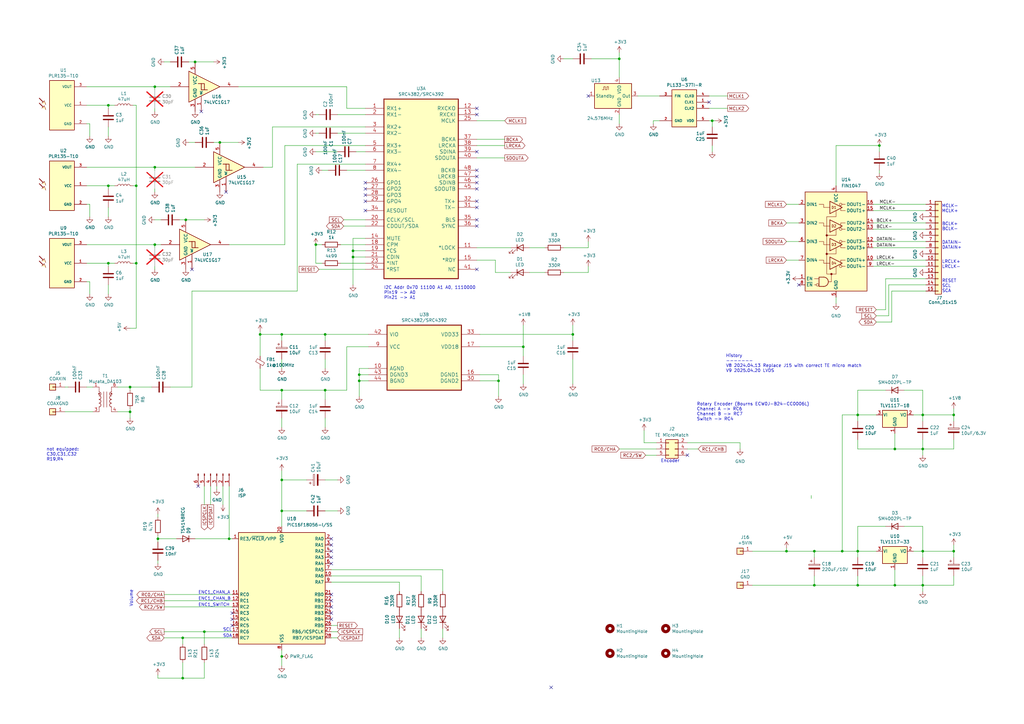
<source format=kicad_sch>
(kicad_sch (version 20250114) (generator "eeschema") (generator_version "9.0")
  (paper "A3")
  (title_block (title "Async sample rate converter") (date "2024-04-17") (rev "V8"))
  (text "ENC1_CHAN_B" (at 81.28 246.38 0) (effects (font (size 1.27 1.27)) (justify left bottom)))
  (text "I2C Addr 0x70 11100 A1 A0, 1110000\nPin19 -> A0\nPin21 -> A1\n\n\n" (at 157.48 127 0) (effects (font (size 1.27 1.27)) (justify left bottom)))
  (text "History\n-------\nV8 2024.04.13 Replace J15 with correct TE micro match\nV9 2025.04.20 LVDS" (at 297.688 149.098 0) (effects (font (size 1.27 1.27)) (justify left)))
  (text "ENC1_CHAN_A" (at 81.28 243.84 0) (effects (font (size 1.27 1.27)) (justify left bottom)))
  (text "SDA" (at 91.44 261.62 0) (effects (font (size 1.27 1.27)) (justify left bottom)))
  (text "DATAIN-\nDATAIN+" (at 390.398 100.584 0) (effects (font (size 1.27 1.27))))
  (text "LRCLK+\nLRCLK-" (at 390.144 108.458 0) (effects (font (size 1.27 1.27))))
  (text "MCLK-\nMCLK+" (at 389.636 85.598 0) (effects (font (size 1.27 1.27))))
  (text "ENC1_SWITCH" (at 81.28 248.92 0) (effects (font (size 1.27 1.27)) (justify left bottom)))
  (text "Rotary Encoder (Bourns ECW0J-B24-CC0006L)\nChannel A -> RC6\nChannel B -> RC7\nSwitch -> RC4" (at 285.75 172.72 0) (effects (font (size 1.27 1.27)) (justify left bottom)))
  (text "Volume" (at 54.61 248.92 90) (effects (font (size 1.27 1.27)) (justify left bottom)))
  (text "BCLK+\nBCLK-" (at 389.636 92.964 0) (effects (font (size 1.27 1.27))))
  (text "Encoder" (at 278.765 189.865 0) (effects (font (size 1.27 1.27)) (justify right bottom)))
  (text "not equipped:\nC30,C31,C32\nR19,R4" (at 19.05 189.23 0) (effects (font (size 1.27 1.27)) (justify left bottom)))
  (text "SCL" (at 91.44 259.08 0) (effects (font (size 1.27 1.27)) (justify left bottom)))
  (text "RESET\nSCL\nSCA" (at 386.334 117.348 0) (effects (font (size 1.27 1.27)) (justify left)))
  (junction (at 144.78 105.41))
  (junction (at 147.32 156.21))
  (junction (at 53.34 168.91))
  (junction (at 83.82 259.08))
  (junction (at 115.57 209.55))
  (junction (at 345.44 226.06))
  (junction (at 90.17 58.42))
  (junction (at 391.16 226.06))
  (junction (at 214.63 142.24))
  (junction (at 74.93 261.62))
  (junction (at 367.03 240.03))
  (junction (at 64.77 220.98))
  (junction (at 55.88 76.2))
  (junction (at 44.45 43.18))
  (junction (at 378.46 240.03))
  (junction (at 53.34 158.75))
  (junction (at 115.57 269.24))
  (junction (at 378.46 184.15))
  (junction (at 144.78 102.87))
  (junction (at 76.2 90.17))
  (junction (at 351.79 226.06))
  (junction (at 378.46 170.18))
  (junction (at 292.1 49.53))
  (junction (at 391.16 170.18))
  (junction (at 55.88 107.95))
  (junction (at 322.58 226.06))
  (junction (at 115.57 196.85))
  (junction (at 254 24.13))
  (junction (at 351.79 170.18))
  (junction (at 93.98 220.98))
  (junction (at 133.35 137.16))
  (junction (at 351.79 240.03))
  (junction (at 204.47 156.21))
  (junction (at 44.45 76.2))
  (junction (at 115.57 137.16))
  (junction (at 147.32 153.67))
  (junction (at 115.57 160.02))
  (junction (at 367.03 184.15))
  (junction (at 360.68 59.69))
  (junction (at 106.68 137.16))
  (junction (at 133.35 160.02))
  (junction (at 63.5 100.33))
  (junction (at 63.5 68.58))
  (junction (at 334.01 240.03))
  (junction (at 234.95 137.16))
  (junction (at 129.54 100.33))
  (junction (at 334.01 226.06))
  (junction (at 80.01 25.4))
  (junction (at 44.45 107.95))
  (junction (at 63.5 35.56))
  (junction (at 378.46 226.06))
  (junction (at 74.93 278.13))
  (no_connect (at 135.89 228.6))
  (no_connect (at 135.89 248.92))
  (no_connect (at 327.66 116.84))
  (no_connect (at 135.89 226.06))
  (no_connect (at 195.58 46.99))
  (no_connect (at 226.06 281.94))
  (no_connect (at 78.74 110.49))
  (no_connect (at 135.89 246.38))
  (no_connect (at 135.89 251.46))
  (no_connect (at 135.89 231.14))
  (no_connect (at 149.86 82.55))
  (no_connect (at 149.86 86.36))
  (no_connect (at 95.25 256.54))
  (no_connect (at 135.89 223.52))
  (no_connect (at 281.94 186.69))
  (no_connect (at 82.55 45.72))
  (no_connect (at 241.3 39.37))
  (no_connect (at 195.58 110.49))
  (no_connect (at 95.25 251.46))
  (no_connect (at 195.58 77.47))
  (no_connect (at 195.58 62.23))
  (no_connect (at 149.86 80.01))
  (no_connect (at 195.58 92.71))
  (no_connect (at 95.25 254))
  (no_connect (at 135.89 220.98))
  (no_connect (at 195.58 82.55))
  (no_connect (at 195.58 44.45))
  (no_connect (at 92.71 78.74))
  (no_connect (at 135.89 254))
  (no_connect (at 195.58 72.39))
  (no_connect (at 135.89 243.84))
  (no_connect (at 290.83 41.91))
  (no_connect (at 195.58 69.85))
  (no_connect (at 149.86 77.47))
  (no_connect (at 81.28 199.39))
  (no_connect (at 195.58 90.17))
  (no_connect (at 195.58 74.93))
  (no_connect (at 195.58 85.09))
  (no_connect (at 149.86 74.93))
  (wire (pts (xy 130.81 54.61) (xy 129.54 54.61)))
  (wire (pts (xy 367.03 184.15) (xy 351.79 184.15)))
  (wire (pts (xy 254 184.15) (xy 269.24 184.15)))
  (wire (pts (xy 46.99 43.18) (xy 44.45 43.18)))
  (wire (pts (xy 64.77 278.13) (xy 74.93 278.13)))
  (wire (pts (xy 303.53 181.61) (xy 303.53 184.15)))
  (wire (pts (xy 93.98 220.98) (xy 95.25 220.98)))
  (wire (pts (xy 35.56 68.58) (xy 63.5 68.58)))
  (wire (pts (xy 147.32 156.21) (xy 147.32 153.67)))
  (wire (pts (xy 363.22 114.3) (xy 379.73 114.3)))
  (wire (pts (xy 195.58 101.6) (xy 209.55 101.6)))
  (wire (pts (xy 63.5 36.83) (xy 63.5 35.56)))
  (wire (pts (xy 351.79 228.6) (xy 351.79 226.06)))
  (wire (pts (xy 44.45 77.47) (xy 44.45 76.2)))
  (wire (pts (xy 364.49 116.84) (xy 379.73 116.84)))
  (wire (pts (xy 378.46 160.02) (xy 370.84 160.02)))
  (wire (pts (xy 139.7 107.95) (xy 149.86 107.95)))
  (wire (pts (xy 351.79 170.18) (xy 359.41 170.18)))
  (wire (pts (xy 149.86 54.61) (xy 138.43 54.61)))
  (wire (pts (xy 93.98 199.39) (xy 93.98 220.98)))
  (wire (pts (xy 133.35 151.13) (xy 133.35 147.32)))
  (wire (pts (xy 378.46 170.18) (xy 374.65 170.18)))
  (wire (pts (xy 195.58 49.53) (xy 207.01 49.53)))
  (wire (pts (xy 322.58 99.06) (xy 327.66 99.06)))
  (wire (pts (xy 378.46 228.6) (xy 378.46 226.06)))
  (wire (pts (xy 111.76 68.58) (xy 111.76 52.07)))
  (wire (pts (xy 342.9 59.69) (xy 360.68 59.69)))
  (wire (pts (xy 73.66 90.17) (xy 76.2 90.17)))
  (wire (pts (xy 142.24 69.85) (xy 149.86 69.85)))
  (wire (pts (xy 90.17 58.42) (xy 97.79 58.42)))
  (wire (pts (xy 77.47 58.42) (xy 80.01 58.42)))
  (wire (pts (xy 80.01 25.4) (xy 87.63 25.4)))
  (wire (pts (xy 86.36 199.39) (xy 86.36 207.01)))
  (wire (pts (xy 351.79 172.72) (xy 351.79 170.18)))
  (wire (pts (xy 358.14 99.06) (xy 379.73 99.06)))
  (wire (pts (xy 53.34 171.45) (xy 53.34 168.91)))
  (wire (pts (xy 234.95 133.35) (xy 234.95 137.16)))
  (wire (pts (xy 133.35 137.16) (xy 115.57 137.16)))
  (wire (pts (xy 359.41 129.54) (xy 364.49 129.54)))
  (wire (pts (xy 64.77 212.09) (xy 64.77 210.82)))
  (wire (pts (xy 149.86 46.99) (xy 138.43 46.99)))
  (wire (pts (xy 142.24 35.56) (xy 142.24 44.45)))
  (wire (pts (xy 378.46 186.69) (xy 378.46 184.15)))
  (wire (pts (xy 134.62 69.85) (xy 132.08 69.85)))
  (wire (pts (xy 88.9 199.39) (xy 88.9 200.66)))
  (wire (pts (xy 204.47 153.67) (xy 204.47 156.21)))
  (wire (pts (xy 135.89 233.68) (xy 181.61 233.68)))
  (wire (pts (xy 358.14 109.22) (xy 379.73 109.22)))
  (wire (pts (xy 133.35 139.7) (xy 133.35 137.16)))
  (wire (pts (xy 391.16 184.15) (xy 391.16 180.34)))
  (wire (pts (xy 359.41 132.08) (xy 365.76 132.08)))
  (wire (pts (xy 83.82 259.08) (xy 83.82 264.16)))
  (wire (pts (xy 35.56 76.2) (xy 44.45 76.2)))
  (wire (pts (xy 44.45 120.65) (xy 44.45 116.84)))
  (wire (pts (xy 308.61 226.06) (xy 322.58 226.06)))
  (wire (pts (xy 64.77 220.98) (xy 72.39 220.98)))
  (wire (pts (xy 121.92 67.31) (xy 149.86 67.31)))
  (wire (pts (xy 63.5 100.33) (xy 35.56 100.33)))
  (wire (pts (xy 64.77 219.71) (xy 64.77 220.98)))
  (wire (pts (xy 264.16 181.61) (xy 264.16 176.53)))
  (wire (pts (xy 115.57 137.16) (xy 106.68 137.16)))
  (wire (pts (xy 332.74 204.47) (xy 332.74 203.2)))
  (wire (pts (xy 132.08 100.33) (xy 129.54 100.33)))
  (wire (pts (xy 172.72 257.81) (xy 172.72 261.62)))
  (wire (pts (xy 351.79 184.15) (xy 351.79 180.34)))
  (wire (pts (xy 358.14 101.6) (xy 379.73 101.6)))
  (wire (pts (xy 334.01 226.06) (xy 345.44 226.06)))
  (wire (pts (xy 147.32 162.56) (xy 147.32 156.21)))
  (wire (pts (xy 132.08 107.95) (xy 129.54 107.95)))
  (wire (pts (xy 133.35 160.02) (xy 133.35 163.83)))
  (wire (pts (xy 290.83 44.45) (xy 298.45 44.45)))
  (wire (pts (xy 334.01 226.06) (xy 334.01 228.6)))
  (wire (pts (xy 106.68 137.16) (xy 106.68 135.89)))
  (wire (pts (xy 35.56 35.56) (xy 63.5 35.56)))
  (wire (pts (xy 358.14 86.36) (xy 379.73 86.36)))
  (wire (pts (xy 133.35 196.85) (xy 138.43 196.85)))
  (wire (pts (xy 35.56 158.75) (xy 38.1 158.75)))
  (wire (pts (xy 365.76 119.38) (xy 379.73 119.38)))
  (wire (pts (xy 67.31 25.4) (xy 69.85 25.4)))
  (wire (pts (xy 64.77 231.14) (xy 64.77 229.87)))
  (wire (pts (xy 129.54 107.95) (xy 129.54 100.33)))
  (wire (pts (xy 378.46 236.22) (xy 378.46 240.03)))
  (wire (pts (xy 378.46 184.15) (xy 391.16 184.15)))
  (wire (pts (xy 63.5 78.74) (xy 63.5 77.47)))
  (wire (pts (xy 115.57 175.26) (xy 115.57 171.45)))
  (wire (pts (xy 63.5 45.72) (xy 63.5 44.45)))
  (wire (pts (xy 351.79 170.18) (xy 345.44 170.18)))
  (wire (pts (xy 214.63 133.35) (xy 214.63 142.24)))
  (wire (pts (xy 130.81 110.49) (xy 149.86 110.49)))
  (wire (pts (xy 115.57 273.05) (xy 115.57 269.24)))
  (wire (pts (xy 139.7 100.33) (xy 149.86 100.33)))
  (wire (pts (xy 142.24 142.24) (xy 142.24 160.02)))
  (wire (pts (xy 151.13 156.21) (xy 147.32 156.21)))
  (wire (pts (xy 363.22 127) (xy 359.41 127)))
  (wire (pts (xy 133.35 209.55) (xy 138.43 209.55)))
  (wire (pts (xy 363.22 215.9) (xy 351.79 215.9)))
  (wire (pts (xy 133.35 175.26) (xy 133.35 171.45)))
  (wire (pts (xy 254 24.13) (xy 254 21.59)))
  (wire (pts (xy 135.89 236.22) (xy 172.72 236.22)))
  (wire (pts (xy 27.94 158.75) (xy 26.67 158.75)))
  (wire (pts (xy 214.63 146.05) (xy 214.63 142.24)))
  (wire (pts (xy 97.79 35.56) (xy 142.24 35.56)))
  (wire (pts (xy 67.31 246.38) (xy 95.25 246.38)))
  (wire (pts (xy 147.32 153.67) (xy 151.13 153.67)))
  (wire (pts (xy 26.67 168.91) (xy 38.1 168.91)))
  (wire (pts (xy 254 50.8) (xy 254 46.99)))
  (wire (pts (xy 129.54 62.23) (xy 138.43 62.23)))
  (wire (pts (xy 115.57 196.85) (xy 115.57 209.55)))
  (wire (pts (xy 391.16 167.64) (xy 391.16 170.18)))
  (wire (pts (xy 231.14 111.76) (xy 241.3 111.76)))
  (wire (pts (xy 115.57 151.13) (xy 115.57 147.32)))
  (wire (pts (xy 378.46 180.34) (xy 378.46 184.15)))
  (wire (pts (xy 322.58 91.44) (xy 327.66 91.44)))
  (wire (pts (xy 55.88 107.95) (xy 55.88 76.2)))
  (wire (pts (xy 36.83 83.82) (xy 35.56 83.82)))
  (wire (pts (xy 63.5 110.49) (xy 63.5 109.22)))
  (wire (pts (xy 292.1 52.07) (xy 292.1 49.53)))
  (wire (pts (xy 149.86 92.71) (xy 140.97 92.71)))
  (wire (pts (xy 116.84 59.69) (xy 149.86 59.69)))
  (wire (pts (xy 203.2 106.68) (xy 195.58 106.68)))
  (wire (pts (xy 163.83 242.57) (xy 163.83 238.76)))
  (wire (pts (xy 55.88 76.2) (xy 55.88 43.18)))
  (wire (pts (xy 391.16 240.03) (xy 391.16 236.22)))
  (wire (pts (xy 334.01 240.03) (xy 334.01 236.22)))
  (wire (pts (xy 83.82 259.08) (xy 95.25 259.08)))
  (wire (pts (xy 364.49 129.54) (xy 364.49 116.84)))
  (wire (pts (xy 63.5 69.85) (xy 63.5 68.58)))
  (wire (pts (xy 111.76 52.07) (xy 149.86 52.07)))
  (wire (pts (xy 142.24 44.45) (xy 149.86 44.45)))
  (wire (pts (xy 378.46 242.57) (xy 378.46 240.03)))
  (wire (pts (xy 115.57 163.83) (xy 115.57 160.02)))
  (wire (pts (xy 64.77 220.98) (xy 64.77 222.25)))
  (wire (pts (xy 351.79 226.06) (xy 359.41 226.06)))
  (wire (pts (xy 135.89 238.76) (xy 163.83 238.76)))
  (wire (pts (xy 358.14 83.82) (xy 379.73 83.82)))
  (wire (pts (xy 281.94 181.61) (xy 303.53 181.61)))
  (wire (pts (xy 209.55 111.76) (xy 203.2 111.76)))
  (wire (pts (xy 241.3 101.6) (xy 241.3 99.06)))
  (wire (pts (xy 254 24.13) (xy 254 31.75)))
  (wire (pts (xy 44.45 44.45) (xy 44.45 43.18)))
  (wire (pts (xy 46.99 107.95) (xy 44.45 107.95)))
  (wire (pts (xy 144.78 105.41) (xy 144.78 102.87)))
  (wire (pts (xy 63.5 90.17) (xy 66.04 90.17)))
  (wire (pts (xy 151.13 137.16) (xy 133.35 137.16)))
  (wire (pts (xy 378.46 226.06) (xy 374.65 226.06)))
  (wire (pts (xy 351.79 160.02) (xy 351.79 170.18)))
  (wire (pts (xy 133.35 160.02) (xy 142.24 160.02)))
  (wire (pts (xy 83.82 278.13) (xy 83.82 271.78)))
  (wire (pts (xy 378.46 240.03) (xy 391.16 240.03)))
  (wire (pts (xy 44.45 109.22) (xy 44.45 107.95)))
  (wire (pts (xy 204.47 156.21) (xy 196.85 156.21)))
  (wire (pts (xy 149.86 62.23) (xy 146.05 62.23)))
  (wire (pts (xy 115.57 160.02) (xy 106.68 160.02)))
  (wire (pts (xy 74.93 261.62) (xy 74.93 264.16)))
  (wire (pts (xy 358.14 93.98) (xy 379.73 93.98)))
  (wire (pts (xy 67.31 261.62) (xy 74.93 261.62)))
  (wire (pts (xy 391.16 170.18) (xy 378.46 170.18)))
  (wire (pts (xy 360.68 71.12) (xy 360.68 69.85)))
  (wire (pts (xy 261.62 39.37) (xy 270.51 39.37)))
  (wire (pts (xy 144.78 116.84) (xy 144.78 105.41)))
  (wire (pts (xy 195.58 59.69) (xy 207.01 59.69)))
  (wire (pts (xy 214.63 142.24) (xy 196.85 142.24)))
  (wire (pts (xy 342.9 76.2) (xy 342.9 59.69)))
  (wire (pts (xy 36.83 115.57) (xy 35.56 115.57)))
  (wire (pts (xy 290.83 39.37) (xy 298.45 39.37)))
  (wire (pts (xy 345.44 226.06) (xy 351.79 226.06)))
  (wire (pts (xy 281.94 184.15) (xy 286.385 184.15)))
  (wire (pts (xy 135.89 261.62) (xy 138.43 261.62)))
  (wire (pts (xy 351.79 215.9) (xy 351.79 226.06)))
  (wire (pts (xy 367.03 184.15) (xy 367.03 177.8)))
  (wire (pts (xy 351.79 240.03) (xy 334.01 240.03)))
  (wire (pts (xy 293.37 49.53) (xy 292.1 49.53)))
  (wire (pts (xy 358.14 106.68) (xy 379.73 106.68)))
  (wire (pts (xy 203.2 111.76) (xy 203.2 106.68)))
  (wire (pts (xy 69.85 158.75) (xy 78.74 158.75)))
  (wire (pts (xy 67.31 243.84) (xy 95.25 243.84)))
  (wire (pts (xy 53.34 158.75) (xy 62.23 158.75)))
  (wire (pts (xy 36.83 88.9) (xy 36.83 83.82)))
  (wire (pts (xy 115.57 193.04) (xy 115.57 196.85)))
  (wire (pts (xy 48.26 158.75) (xy 53.34 158.75)))
  (wire (pts (xy 63.5 35.56) (xy 69.85 35.56)))
  (wire (pts (xy 135.89 259.08) (xy 138.43 259.08)))
  (wire (pts (xy 322.58 83.82) (xy 327.66 83.82)))
  (wire (pts (xy 44.45 55.88) (xy 44.45 52.07)))
  (wire (pts (xy 36.83 50.8) (xy 35.56 50.8)))
  (wire (pts (xy 53.34 134.62) (xy 55.88 134.62)))
  (wire (pts (xy 367.03 240.03) (xy 351.79 240.03)))
  (wire (pts (xy 217.17 111.76) (xy 223.52 111.76)))
  (wire (pts (xy 172.72 236.22) (xy 172.72 242.57)))
  (wire (pts (xy 129.54 46.99) (xy 130.81 46.99)))
  (wire (pts (xy 269.24 181.61) (xy 264.16 181.61)))
  (wire (pts (xy 378.46 170.18) (xy 378.46 160.02)))
  (wire (pts (xy 345.44 170.18) (xy 345.44 226.06)))
  (wire (pts (xy 93.98 100.33) (xy 116.84 100.33)))
  (wire (pts (xy 35.56 107.95) (xy 44.45 107.95)))
  (wire (pts (xy 67.31 259.08) (xy 83.82 259.08)))
  (wire (pts (xy 144.78 102.87) (xy 149.86 102.87)))
  (wire (pts (xy 64.77 276.86) (xy 64.77 278.13)))
  (wire (pts (xy 195.58 57.15) (xy 207.01 57.15)))
  (wire (pts (xy 80.01 220.98) (xy 93.98 220.98)))
  (wire (pts (xy 77.47 25.4) (xy 80.01 25.4)))
  (wire (pts (xy 308.61 240.03) (xy 334.01 240.03)))
  (wire (pts (xy 363.22 160.02) (xy 351.79 160.02)))
  (wire (pts (xy 151.13 151.13) (xy 147.32 151.13)))
  (wire (pts (xy 78.74 119.38) (xy 78.74 158.75)))
  (wire (pts (xy 217.17 101.6) (xy 223.52 101.6)))
  (wire (pts (xy 149.86 97.79) (xy 144.78 97.79)))
  (wire (pts (xy 55.88 107.95) (xy 55.88 134.62)))
  (wire (pts (xy 351.79 240.03) (xy 351.79 236.22)))
  (wire (pts (xy 241.3 111.76) (xy 241.3 109.22)))
  (wire (pts (xy 292.1 62.23) (xy 292.1 59.69)))
  (wire (pts (xy 267.97 49.53) (xy 270.51 49.53)))
  (wire (pts (xy 48.26 168.91) (xy 53.34 168.91)))
  (wire (pts (xy 74.93 261.62) (xy 95.25 261.62)))
  (wire (pts (xy 36.83 120.65) (xy 36.83 115.57)))
  (wire (pts (xy 63.5 101.6) (xy 63.5 100.33)))
  (wire (pts (xy 115.57 209.55) (xy 115.57 215.9)))
  (wire (pts (xy 83.82 199.39) (xy 83.82 207.01)))
  (wire (pts (xy 234.95 137.16) (xy 234.95 139.7)))
  (wire (pts (xy 163.83 257.81) (xy 163.83 261.62)))
  (wire (pts (xy 142.24 142.24) (xy 151.13 142.24)))
  (wire (pts (xy 322.58 224.79) (xy 322.58 226.06)))
  (wire (pts (xy 267.97 50.8) (xy 267.97 49.53)))
  (wire (pts (xy 196.85 153.67) (xy 204.47 153.67)))
  (wire (pts (xy 55.88 76.2) (xy 54.61 76.2)))
  (wire (pts (xy 391.16 172.72) (xy 391.16 170.18)))
  (wire (pts (xy 322.58 226.06) (xy 334.01 226.06)))
  (wire (pts (xy 55.88 107.95) (xy 54.61 107.95)))
  (wire (pts (xy 322.58 106.68) (xy 327.66 106.68)))
  (wire (pts (xy 91.44 199.39) (xy 91.44 207.01)))
  (wire (pts (xy 378.46 184.15) (xy 367.03 184.15)))
  (wire (pts (xy 363.22 114.3) (xy 363.22 127)))
  (wire (pts (xy 121.92 119.38) (xy 78.74 119.38)))
  (wire (pts (xy 106.68 151.13) (xy 106.68 160.02)))
  (wire (pts (xy 115.57 160.02) (xy 133.35 160.02)))
  (wire (pts (xy 121.92 67.31) (xy 121.92 119.38)))
  (wire (pts (xy 74.93 271.78) (xy 74.93 278.13)))
  (wire (pts (xy 391.16 226.06) (xy 378.46 226.06)))
  (wire (pts (xy 367.03 240.03) (xy 367.03 233.68)))
  (wire (pts (xy 391.16 223.52) (xy 391.16 226.06)))
  (wire (pts (xy 292.1 49.53) (xy 290.83 49.53)))
  (wire (pts (xy 149.86 105.41) (xy 144.78 105.41)))
  (wire (pts (xy 53.34 168.91) (xy 53.34 167.64)))
  (wire (pts (xy 115.57 269.24) (xy 115.57 266.7)))
  (wire (pts (xy 360.68 59.69) (xy 360.68 62.23)))
  (wire (pts (xy 181.61 233.68) (xy 181.61 242.57)))
  (wire (pts (xy 378.46 226.06) (xy 378.46 215.9)))
  (wire (pts (xy 214.63 157.48) (xy 214.63 153.67)))
  (wire (pts (xy 54.61 43.18) (xy 55.88 43.18)))
  (wire (pts (xy 234.95 157.48) (xy 234.95 147.32)))
  (wire (pts (xy 207.01 64.77) (xy 195.58 64.77)))
  (wire (pts (xy 36.83 55.88) (xy 36.83 50.8)))
  (wire (pts (xy 391.16 228.6) (xy 391.16 226.06)))
  (wire (pts (xy 53.34 160.02) (xy 53.34 158.75)))
  (wire (pts (xy 342.9 121.92) (xy 342.9 124.46)))
  (wire (pts (xy 147.32 151.13) (xy 147.32 153.67)))
  (wire (pts (xy 116.84 59.69) (xy 116.84 100.33)))
  (wire (pts (xy 63.5 68.58) (xy 80.01 68.58)))
  (wire (pts (xy 378.46 172.72) (xy 378.46 170.18)))
  (wire (pts (xy 115.57 196.85) (xy 125.73 196.85)))
  (wire (pts (xy 135.89 256.54) (xy 138.43 256.54)))
  (wire (pts (xy 378.46 240.03) (xy 367.03 240.03)))
  (wire (pts (xy 74.93 278.13) (xy 83.82 278.13)))
  (wire (pts (xy 125.73 209.55) (xy 115.57 209.55)))
  (wire (pts (xy 181.61 257.81) (xy 181.61 261.62)))
  (wire (pts (xy 115.57 137.16) (xy 115.57 139.7)))
  (wire (pts (xy 231.14 101.6) (xy 241.3 101.6)))
  (wire (pts (xy 231.14 24.13) (xy 234.95 24.13)))
  (wire (pts (xy 35.56 43.18) (xy 44.45 43.18)))
  (wire (pts (xy 87.63 58.42) (xy 90.17 58.42)))
  (wire (pts (xy 46.99 76.2) (xy 44.45 76.2)))
  (wire (pts (xy 254 24.13) (xy 242.57 24.13)))
  (wire (pts (xy 264.795 186.69) (xy 269.24 186.69)))
  (wire (pts (xy 378.46 215.9) (xy 370.84 215.9)))
  (wire (pts (xy 106.68 146.05) (xy 106.68 137.16)))
  (wire (pts (xy 144.78 97.79) (xy 144.78 102.87)))
  (wire (pts (xy 365.76 132.08) (xy 365.76 119.38)))
  (wire (pts (xy 107.95 68.58) (xy 111.76 68.58)))
  (wire (pts (xy 76.2 90.17) (xy 83.82 90.17)))
  (wire (pts (xy 67.31 248.92) (xy 95.25 248.92)))
  (wire (pts (xy 44.45 88.9) (xy 44.45 85.09)))
  (wire (pts (xy 63.5 100.33) (xy 66.04 100.33)))
  (wire (pts (xy 358.14 91.44) (xy 379.73 91.44)))
  (wire (pts (xy 204.47 162.56) (xy 204.47 156.21)))
  (wire (pts (xy 140.97 90.17) (xy 149.86 90.17)))
  (wire (pts (xy 196.85 137.16) (xy 234.95 137.16)))
  (label "LRCLK-" (at 359.41 109.22 0))
  (label "DATAIN+" (at 359.41 101.6 0))
  (label "BCLK+" (at 359.41 91.44 0))
  (label "MCLK+" (at 360.68 86.36 0))
  (label "BCLK-" (at 359.41 93.98 0))
  (label "LRCLK+" (at 359.41 106.68 0))
  (label "DATAIN-" (at 359.41 99.06 0))
  (label "MCLK-" (at 360.68 83.82 0))
  (global_label "SCL" (shape input) (at 140.97 90.17 180) (property "Intersheetrefs" "${INTERSHEET_REFS}" (effects (hide yes))))
  (global_label "MCLK1" (shape input) (at 207.01 49.53 0) (property "Intersheetrefs" "${INTERSHEET_REFS}" (effects (hide yes))))
  (global_label "RC2{slash}SW" (shape input) (at 264.795 186.69 180) (property "Intersheetrefs" "${INTERSHEET_REFS}" (effects (hide yes))))
  (global_label "LRCKA" (shape input) (at 322.58 106.68 180) (property "Intersheetrefs" "${INTERSHEET_REFS}" (effects (hide yes))))
  (global_label "LRCKA" (shape output) (at 207.01 59.69 0) (property "Intersheetrefs" "${INTERSHEET_REFS}" (effects (hide yes))))
  (global_label "SDA" (shape bidirectional) (at 67.31 261.62 180) (property "Intersheetrefs" "${INTERSHEET_REFS}" (effects (hide yes))))
  (global_label "SCL" (shape output) (at 67.31 259.08 180) (property "Intersheetrefs" "${INTERSHEET_REFS}" (effects (hide yes))))
  (global_label "RC0{slash}CHA" (shape input) (at 254 184.15 180) (property "Intersheetrefs" "${INTERSHEET_REFS}" (effects (hide yes))))
  (global_label "SCL" (shape input) (at 359.41 129.54 180) (property "Intersheetrefs" "${INTERSHEET_REFS}" (effects (hide yes))))
  (global_label "SDA" (shape bidirectional) (at 140.97 92.71 180) (property "Intersheetrefs" "${INTERSHEET_REFS}" (effects (hide yes))))
  (global_label "SDA" (shape bidirectional) (at 359.41 132.08 180) (property "Intersheetrefs" "${INTERSHEET_REFS}" (effects (hide yes))))
  (global_label "RESET" (shape output) (at 138.43 256.54 0) (property "Intersheetrefs" "${INTERSHEET_REFS}" (effects (hide yes))))
  (global_label "RC0{slash}CHA" (shape output) (at 67.31 243.84 180) (property "Intersheetrefs" "${INTERSHEET_REFS}" (effects (hide yes))))
  (global_label "MCLK1" (shape output) (at 298.45 39.37 0) (property "Intersheetrefs" "${INTERSHEET_REFS}" (effects (hide yes))))
  (global_label "ICSPCLK" (shape output) (at 83.82 207.01 270) (property "Intersheetrefs" "${INTERSHEET_REFS}" (effects (hide yes))))
  (global_label "RC1{slash}CHB" (shape input) (at 286.385 184.15 0) (property "Intersheetrefs" "${INTERSHEET_REFS}" (effects (hide yes))))
  (global_label "SDOUTA" (shape output) (at 207.01 64.77 0) (property "Intersheetrefs" "${INTERSHEET_REFS}" (effects (hide yes))))
  (global_label "RESET" (shape input) (at 130.81 110.49 180) (property "Intersheetrefs" "${INTERSHEET_REFS}" (effects (hide yes))))
  (global_label "MCLK1" (shape input) (at 322.58 83.82 180) (property "Intersheetrefs" "${INTERSHEET_REFS}" (effects (hide yes))))
  (global_label "RC1{slash}CHB" (shape output) (at 67.31 246.38 180) (property "Intersheetrefs" "${INTERSHEET_REFS}" (effects (hide yes))))
  (global_label "MCLK2" (shape output) (at 298.45 44.45 0) (property "Intersheetrefs" "${INTERSHEET_REFS}" (effects (hide yes))))
  (global_label "BCKA" (shape input) (at 322.58 91.44 180) (property "Intersheetrefs" "${INTERSHEET_REFS}" (effects (hide yes))))
  (global_label "RESET" (shape input) (at 359.41 127 180) (property "Intersheetrefs" "${INTERSHEET_REFS}" (effects (hide yes))))
  (global_label "ICSPDAT" (shape output) (at 86.36 207.01 270) (property "Intersheetrefs" "${INTERSHEET_REFS}" (effects (hide yes))))
  (global_label "BCKA" (shape output) (at 207.01 57.15 0) (property "Intersheetrefs" "${INTERSHEET_REFS}" (effects (hide yes))))
  (global_label "ICSPDAT" (shape input) (at 138.43 261.62 0) (property "Intersheetrefs" "${INTERSHEET_REFS}" (effects (hide yes))))
  (global_label "SDOUTA" (shape input) (at 322.58 99.06 180) (property "Intersheetrefs" "${INTERSHEET_REFS}" (effects (hide yes))))
  (global_label "RC2{slash}SW" (shape output) (at 67.31 248.92 180) (property "Intersheetrefs" "${INTERSHEET_REFS}" (effects (hide yes))))
  (global_label "ICSPCLK" (shape input) (at 138.43 259.08 0) (property "Intersheetrefs" "${INTERSHEET_REFS}" (effects (hide yes))))
  (symbol (lib_id "kicad-snk:SRC4392") (at 149.86 44.45 0) (unit 1)
    (property "Reference" "U3" (at 172.72 36.322 0))
    (property "Value" "SRC4382/SRC4392" (at 172.72 38.6334 0))
    (property "Footprint" "Package_QFP:TQFP-48_7x7mm_P0.5mm" (effects (hide yes)))
    (property "manf#" "SRC4392IPFBR" (effects (hide yes)))
  )
  (symbol (lib_id "kicad-snk:SRC4392") (at 151.13 137.16 0) (unit 2)
    (property "Reference" "U3" (at 173.99 129.032 0))
    (property "Value" "SRC4382/SRC4392" (at 173.99 131.3434 0))
    (property "Footprint" "Package_QFP:TQFP-48_7x7mm_P0.5mm" (effects (hide yes)))
    (property "manf#" "SRC4392IPFBR" (effects (hide yes)))
  )
  (symbol (lib_id "kicad-snk:PLR135-T10") (at 25.4 43.18 0) (mirror y) (unit 1)
    (property "Reference" "U1" (at 26.0096 28.7782 0))
    (property "Value" "PLR135-T10" (at 26.0096 31.0896 0))
    (property "Footprint" "PLR135-T10_PLT133-T10W" (effects (hide yes)))
    (property "manf#" "PLR135/T10" (effects (hide yes)))
  )
  (symbol (lib_id "Device:C") (at 134.62 46.99 270) (unit 1)
    (property "Reference" "C2" (at 133.4516 44.069 0) (effects (justify right)))
    (property "Value" "100nF" (at 135.763 44.069 0) (effects (justify right)))
    (property "Footprint" "Capacitor_SMD:C_0603_1608Metric_Pad1.08x0.95mm_HandSolder" (effects (hide yes)))
    (property "manf#" "CL10B104KB8NNNL" (effects (hide yes)))
  )
  (symbol (lib_id "Device:C") (at 134.62 54.61 90) (unit 1)
    (property "Reference" "C1" (at 135.7884 57.531 0) (effects (justify right)))
    (property "Value" "100nF" (at 133.477 57.531 0) (effects (justify right)))
    (property "Footprint" "Capacitor_SMD:C_0603_1608Metric_Pad1.08x0.95mm_HandSolder" (effects (hide yes)))
    (property "manf#" "CL10B104KB8NNNL" (effects (hide yes)))
  )
  (symbol (lib_id "Device:LED") (at 213.36 101.6 0) (unit 1)
    (property "Reference" "D2" (at 213.1822 96.0882 0))
    (property "Value" "LED" (at 213.1822 98.3996 0))
    (property "Footprint" "LED_SMD:LED_0603_1608Metric_Pad1.05x0.95mm_HandSolder" (effects (hide yes)))
    (property "manf#" "LG R971-KN-1" (effects (hide yes)))
  )
  (symbol (lib_id "Device:LED") (at 213.36 111.76 0) (unit 1)
    (property "Reference" "D1" (at 213.1822 106.2482 0))
    (property "Value" "LED" (at 213.1822 108.5596 0))
    (property "Footprint" "LED_SMD:LED_0603_1608Metric_Pad1.05x0.95mm_HandSolder" (effects (hide yes)))
    (property "manf#" "LG R971-KN-1" (effects (hide yes)))
  )
  (symbol (lib_id "Mechanical:MountingHole") (at 250.19 257.81 0) (unit 1)
    (property "Reference" "H1" (at 252.73 256.6416 0) (effects (justify left)))
    (property "Value" "MountingHole" (at 252.73 258.953 0) (effects (justify left)))
    (property "Footprint" "MountingHole:MountingHole_3.2mm_M3_Pad_Via" (effects (hide yes)))
  )
  (symbol (lib_id "Mechanical:MountingHole") (at 273.05 257.81 0) (unit 1)
    (property "Reference" "H3" (at 275.59 256.6416 0) (effects (justify left)))
    (property "Value" "MountingHole" (at 275.59 258.953 0) (effects (justify left)))
    (property "Footprint" "MountingHole:MountingHole_3.2mm_M3_Pad_Via" (effects (hide yes)))
  )
  (symbol (lib_id "Mechanical:MountingHole") (at 250.19 267.97 0) (unit 1)
    (property "Reference" "H2" (at 252.73 266.8016 0) (effects (justify left)))
    (property "Value" "MountingHole" (at 252.73 269.113 0) (effects (justify left)))
    (property "Footprint" "MountingHole:MountingHole_3.2mm_M3_Pad_Via" (effects (hide yes)))
  )
  (symbol (lib_id "Mechanical:MountingHole") (at 273.05 267.97 0) (unit 1)
    (property "Reference" "H4" (at 275.59 266.8016 0) (effects (justify left)))
    (property "Value" "MountingHole" (at 275.59 269.113 0) (effects (justify left)))
    (property "Footprint" "MountingHole:MountingHole_3.2mm_M3_Pad_Via" (effects (hide yes)))
  )
  (symbol (lib_id "Device:R") (at 227.33 101.6 270) (unit 1)
    (property "Reference" "R3" (at 227.33 96.3422 90))
    (property "Value" "330R" (at 227.33 98.6536 90))
    (property "Footprint" "Resistor_SMD:R_0603_1608Metric_Pad0.98x0.95mm_HandSolder" (effects (hide yes)))
    (property "manf#" "RT0603FRD07330RL" (effects (hide yes)))
  )
  (symbol (lib_id "Device:R") (at 227.33 111.76 270) (unit 1)
    (property "Reference" "R2" (at 227.33 106.5022 90))
    (property "Value" "330R" (at 227.33 108.8136 90))
    (property "Footprint" "Resistor_SMD:R_0603_1608Metric_Pad0.98x0.95mm_HandSolder" (effects (hide yes)))
    (property "manf#" "RT0603FRD07330RL" (effects (hide yes)))
  )
  (symbol (lib_id "power:+3.3V") (at 241.3 99.06 0) (unit 1)
    (property "Reference" "#PWR0101" (effects (hide yes)))
    (property "Value" "+3V3" (at 241.681 94.6658 0))
  )
  (symbol (lib_id "power:+3.3V") (at 241.3 109.22 0) (unit 1)
    (property "Reference" "#PWR0102" (effects (hide yes)))
    (property "Value" "+3V3" (at 241.681 104.8258 0))
  )
  (symbol (lib_id "Device:C") (at 44.45 48.26 180) (unit 1)
    (property "Reference" "C3" (at 47.371 47.0916 0) (effects (justify right)))
    (property "Value" "1uF" (at 47.371 49.403 0) (effects (justify right)))
    (property "Footprint" "Capacitor_SMD:C_0603_1608Metric_Pad1.08x0.95mm_HandSolder" (effects (hide yes)))
    (property "manf#" "CL10B104KB8NNNL" (effects (hide yes)))
  )
  (symbol (lib_id "power:GND") (at 36.83 55.88 0) (unit 1)
    (property "Reference" "#PWR0104" (effects (hide yes)))
    (property "Value" "GND" (at 36.957 60.2742 0))
  )
  (symbol (lib_id "power:GND") (at 44.45 55.88 0) (unit 1)
    (property "Reference" "#PWR0105" (effects (hide yes)))
    (property "Value" "GND" (at 44.577 60.2742 0))
  )
  (symbol (lib_id "kicad-snk:PLR135-T10") (at 25.4 76.2 0) (mirror y) (unit 1)
    (property "Reference" "U2" (at 26.0096 61.7982 0))
    (property "Value" "PLR135-T10" (at 26.0096 64.1096 0))
    (property "Footprint" "PLR135-T10_PLT133-T10W" (effects (hide yes)))
    (property "manf#" "PLR135/T10" (effects (hide yes)))
  )
  (symbol (lib_id "Device:C") (at 44.45 81.28 180) (unit 1)
    (property "Reference" "C4" (at 47.371 80.1116 0) (effects (justify right)))
    (property "Value" "1uF" (at 47.371 82.423 0) (effects (justify right)))
    (property "Footprint" "Capacitor_SMD:C_0603_1608Metric_Pad1.08x0.95mm_HandSolder" (effects (hide yes)))
    (property "manf#" "CL10B104KB8NNNL" (effects (hide yes)))
  )
  (symbol (lib_id "power:GND") (at 36.83 88.9 0) (unit 1)
    (property "Reference" "#PWR0107" (effects (hide yes)))
    (property "Value" "GND" (at 36.957 93.2942 0))
  )
  (symbol (lib_id "power:GND") (at 44.45 88.9 0) (unit 1)
    (property "Reference" "#PWR0108" (effects (hide yes)))
    (property "Value" "GND" (at 44.577 93.2942 0))
  )
  (symbol (lib_id "power:GND") (at 129.54 46.99 270) (unit 1)
    (property "Reference" "#PWR0109" (effects (hide yes)))
    (property "Value" "GND" (at 125.1458 47.117 0))
  )
  (symbol (lib_id "power:GND") (at 129.54 54.61 270) (unit 1)
    (property "Reference" "#PWR0110" (effects (hide yes)))
    (property "Value" "GND" (at 125.1458 54.737 0))
  )
  (symbol (lib_id "Device:C") (at 133.35 143.51 180) (unit 1)
    (property "Reference" "C13" (at 130.429 144.6784 0) (effects (justify left)))
    (property "Value" "1uF" (at 130.429 142.367 0) (effects (justify left)))
    (property "Footprint" "Capacitor_SMD:C_0603_1608Metric_Pad1.08x0.95mm_HandSolder" (effects (hide yes)))
    (property "manf#" "CL10B104KB8NNNL" (effects (hide yes)))
  )
  (symbol (lib_id "dac-rescue:CP-Device") (at 115.57 143.51 0) (unit 1)
    (property "Reference" "C11" (at 118.5672 142.3416 0) (effects (justify left)))
    (property "Value" "10uF" (at 118.5672 144.653 0) (effects (justify left)))
    (property "Footprint" "Capacitor_Tantalum_SMD:CP_EIA-2012-12_Kemet-R_HandSolder" (effects (hide yes)))
    (property "manf#" "TCJB106M025R0100" (effects (hide yes)))
  )
  (symbol (lib_id "Device:C") (at 133.35 167.64 180) (unit 1)
    (property "Reference" "C14" (at 130.429 168.8084 0) (effects (justify left)))
    (property "Value" "1uF" (at 130.429 166.497 0) (effects (justify left)))
    (property "Footprint" "Capacitor_SMD:C_0603_1608Metric_Pad1.08x0.95mm_HandSolder" (effects (hide yes)))
    (property "manf#" "CL10B104KB8NNNL" (effects (hide yes)))
  )
  (symbol (lib_id "dac-rescue:CP-Device") (at 115.57 167.64 0) (unit 1)
    (property "Reference" "C12" (at 118.5672 166.4716 0) (effects (justify left)))
    (property "Value" "10uF" (at 118.5672 168.783 0) (effects (justify left)))
    (property "Footprint" "Capacitor_Tantalum_SMD:CP_EIA-2012-12_Kemet-R_HandSolder" (effects (hide yes)))
    (property "manf#" "TCJB106M025R0100" (effects (hide yes)))
  )
  (symbol (lib_id "power:GND") (at 147.32 162.56 0) (unit 1)
    (property "Reference" "#PWR0124" (effects (hide yes)))
    (property "Value" "GND" (at 147.447 166.9542 0))
  )
  (symbol (lib_id "power:GND") (at 204.47 162.56 0) (unit 1)
    (property "Reference" "#PWR0125" (effects (hide yes)))
    (property "Value" "GND" (at 204.597 166.9542 0))
  )
  (symbol (lib_id "power:GND") (at 115.57 151.13 0) (unit 1)
    (property "Reference" "#PWR0126" (effects (hide yes)))
    (property "Value" "GND" (at 115.697 155.5242 0))
  )
  (symbol (lib_id "power:GND") (at 133.35 151.13 0) (unit 1)
    (property "Reference" "#PWR0127" (effects (hide yes)))
    (property "Value" "GND" (at 133.477 155.5242 0))
  )
  (symbol (lib_id "power:GND") (at 115.57 175.26 0) (unit 1)
    (property "Reference" "#PWR0128" (effects (hide yes)))
    (property "Value" "GND" (at 115.697 179.6542 0))
  )
  (symbol (lib_id "power:GND") (at 133.35 175.26 0) (unit 1)
    (property "Reference" "#PWR0129" (effects (hide yes)))
    (property "Value" "GND" (at 133.477 179.6542 0))
  )
  (symbol (lib_id "power:+3.3V") (at 106.68 135.89 0) (unit 1)
    (property "Reference" "#PWR0130" (effects (hide yes)))
    (property "Value" "+3V3" (at 107.061 131.4958 0))
  )
  (symbol (lib_id "Device:C") (at 214.63 149.86 180) (unit 1)
    (property "Reference" "C15" (at 211.709 151.0284 0) (effects (justify left)))
    (property "Value" "1uF" (at 211.709 148.717 0) (effects (justify left)))
    (property "Footprint" "Capacitor_SMD:C_0603_1608Metric_Pad1.08x0.95mm_HandSolder" (effects (hide yes)))
    (property "manf#" "CL10B104KB8NNNL" (effects (hide yes)))
  )
  (symbol (lib_id "Device:C") (at 234.95 143.51 180) (unit 1)
    (property "Reference" "C16" (at 232.029 144.6784 0) (effects (justify left)))
    (property "Value" "1uF" (at 232.029 142.367 0) (effects (justify left)))
    (property "Footprint" "Capacitor_SMD:C_0603_1608Metric_Pad1.08x0.95mm_HandSolder" (effects (hide yes)))
    (property "manf#" "CL10B104KB8NNNL" (effects (hide yes)))
  )
  (symbol (lib_id "power:GND") (at 214.63 157.48 0) (unit 1)
    (property "Reference" "#PWR0132" (effects (hide yes)))
    (property "Value" "GND" (at 214.757 161.8742 0))
  )
  (symbol (lib_id "power:GND") (at 234.95 157.48 0) (unit 1)
    (property "Reference" "#PWR0133" (effects (hide yes)))
    (property "Value" "GND" (at 235.077 161.8742 0))
  )
  (symbol (lib_id "power:+3.3V") (at 234.95 133.35 0) (unit 1)
    (property "Reference" "#PWR0134" (effects (hide yes)))
    (property "Value" "+3V3" (at 235.331 128.9558 0))
  )
  (symbol (lib_id "power:+1V8") (at 214.63 133.35 0) (unit 1)
    (property "Reference" "#PWR0135" (effects (hide yes)))
    (property "Value" "+1V8" (at 215.011 128.9558 0))
  )
  (symbol (lib_id "Device:L") (at 50.8 43.18 90) (unit 1)
    (property "Reference" "L1" (at 50.8 38.354 90))
    (property "Value" "47uH" (at 50.8 40.6654 90))
    (property "Footprint" "Inductor_SMD:L_0805_2012Metric_Pad1.05x1.20mm_HandSolder" (effects (hide yes)))
    (property "manf#" "MLZ2012M470WT000" (effects (hide yes)))
  )
  (symbol (lib_id "Regulator_Linear:TLV1117-33") (at 367.03 226.06 0) (unit 1)
    (property "Reference" "U10" (at 367.03 219.9132 0))
    (property "Value" "TLV1117-33" (at 367.03 222.2246 0))
    (property "Footprint" "Package_TO_SOT_SMD:SOT-223-3_TabPin2" (effects (hide yes)))
    (property "Datasheet" "http://www.ti.com/lit/ds/symlink/tlv1117.pdf" (effects (hide yes)))
    (property "manf#" "TLV1117-33IDCYR" (effects (hide yes)))
  )
  (symbol (lib_id "dac-rescue:CP-Device") (at 334.01 232.41 0) (unit 1)
    (property "Reference" "C18" (at 337.0072 231.2416 0) (effects (justify left)))
    (property "Value" "220uF/10V" (at 337.0072 233.553 0) (effects (justify left)))
    (property "Footprint" "Capacitor_THT:CP_Radial_D6.3mm_P2.50mm" (effects (hide yes)))
    (property "manf#" "35YXF100MEFC8X11.5" (effects (hide yes)))
  )
  (symbol (lib_id "Device:C") (at 378.46 232.41 0) (unit 1)
    (property "Reference" "C21" (at 381.381 231.2416 0) (effects (justify left)))
    (property "Value" "1uF" (at 381.381 233.553 0) (effects (justify left)))
    (property "Footprint" "Capacitor_SMD:C_0805_2012Metric_Pad1.18x1.45mm_HandSolder" (effects (hide yes)))
    (property "manf#" "CL21B104KBCNNNC" (effects (hide yes)))
  )
  (symbol (lib_id "dac-rescue:CP-Device") (at 391.16 232.41 0) (unit 1)
    (property "Reference" "C23" (at 394.1572 231.2416 0) (effects (justify left)))
    (property "Value" "10uF" (at 394.1572 233.553 0) (effects (justify left)))
    (property "Footprint" "Capacitor_Tantalum_SMD:CP_EIA-2012-12_Kemet-R_HandSolder" (effects (hide yes)))
    (property "manf#" "TCJB106M025R0100" (effects (hide yes)))
  )
  (symbol (lib_id "power:GND") (at 378.46 242.57 0) (unit 1)
    (property "Reference" "#PWR0136" (effects (hide yes)))
    (property "Value" "GND" (at 378.587 246.9642 0))
  )
  (symbol (lib_id "power:+3.3V") (at 391.16 223.52 0) (unit 1)
    (property "Reference" "#PWR0137" (effects (hide yes)))
    (property "Value" "+3V3" (at 391.541 219.1258 0))
  )
  (symbol (lib_id "Device:C") (at 378.46 176.53 0) (unit 1)
    (property "Reference" "C22" (at 381.381 175.3616 0) (effects (justify left)))
    (property "Value" "1uF" (at 381.381 177.673 0) (effects (justify left)))
    (property "Footprint" "Capacitor_SMD:C_0805_2012Metric_Pad1.18x1.45mm_HandSolder" (effects (hide yes)))
    (property "manf#" "CL21B104KBCNNNC" (effects (hide yes)))
  )
  (symbol (lib_id "dac-rescue:CP-Device") (at 391.16 176.53 0) (unit 1)
    (property "Reference" "C24" (at 394.1572 175.3616 0) (effects (justify left)))
    (property "Value" "10uF/6.3V" (at 394.1572 177.673 0) (effects (justify left)))
    (property "Footprint" "Capacitor_Tantalum_SMD:CP_EIA-2012-12_Kemet-R_HandSolder" (effects (hide yes)))
    (property "manf#" "TCJB106M025R0100" (effects (hide yes)))
  )
  (symbol (lib_id "power:GND") (at 378.46 186.69 0) (unit 1)
    (property "Reference" "#PWR0138" (effects (hide yes)))
    (property "Value" "GND" (at 378.587 191.0842 0))
  )
  (symbol (lib_id "power:+5V") (at 322.58 224.79 0) (unit 1)
    (property "Reference" "#PWR0103" (effects (hide yes)))
    (property "Value" "+5V" (at 322.961 220.3958 0))
  )
  (symbol (lib_id "Regulator_Linear:TLV1117-18") (at 367.03 170.18 0) (unit 1)
    (property "Reference" "U11" (at 367.03 164.0332 0))
    (property "Value" "TLV1117-18" (at 367.03 166.3446 0))
    (property "Footprint" "Package_TO_SOT_SMD:SOT-223-3_TabPin2" (effects (hide yes)))
    (property "Datasheet" "http://www.ti.com/lit/ds/symlink/tlv1117.pdf" (effects (hide yes)))
    (property "manf#" "TLV1117-18CDCYR" (effects (hide yes)))
  )
  (symbol (lib_id "power:+1V8") (at 391.16 167.64 0) (unit 1)
    (property "Reference" "#PWR0139" (effects (hide yes)))
    (property "Value" "+1V8" (at 391.541 163.2458 0))
  )
  (symbol (lib_id "Device:C") (at 351.79 176.53 0) (unit 1)
    (property "Reference" "C20" (at 354.711 175.3616 0) (effects (justify left)))
    (property "Value" "10uF" (at 354.711 177.673 0) (effects (justify left)))
    (property "Footprint" "Capacitor_SMD:C_1206_3216Metric_Pad1.33x1.80mm_HandSolder" (effects (hide yes)))
    (property "manf#" "CL21B334KBFNNNE" (effects (hide yes)))
  )
  (symbol (lib_id "Device:C") (at 351.79 232.41 0) (unit 1)
    (property "Reference" "C19" (at 354.711 231.2416 0) (effects (justify left)))
    (property "Value" "10uF" (at 354.711 233.553 0) (effects (justify left)))
    (property "Footprint" "Capacitor_SMD:C_1206_3216Metric_Pad1.33x1.80mm_HandSolder" (effects (hide yes)))
    (property "manf#" "CL21B334KBFNNNE" (effects (hide yes)))
  )
  (symbol (lib_id "power:+5V") (at 53.34 134.62 90) (unit 1)
    (property "Reference" "#PWR0106" (effects (hide yes)))
    (property "Value" "+5V" (at 48.9458 134.239 0))
  )
  (symbol (lib_id "kicad-snk:PL133-37TI-R") (at 280.67 46.99 0) (unit 1)
    (property "Reference" "U6" (at 280.67 32.5882 0))
    (property "Value" "PL133-37TI-R" (at 280.67 34.8996 0))
    (property "Footprint" "Package_TO_SOT_SMD:SOT-23-6" (effects (hide yes)))
    (property "manf#" "PL133-37TI-R" (effects (hide yes)))
  )
  (symbol (lib_id "power:+3.3V") (at 293.37 49.53 270) (unit 1)
    (property "Reference" "#PWR0160" (effects (hide yes)))
    (property "Value" "+3V3" (at 297.7642 49.911 0))
  )
  (symbol (lib_id "Device:C") (at 292.1 55.88 180) (unit 1)
    (property "Reference" "C25" (at 289.179 57.0484 0) (effects (justify left)))
    (property "Value" "1uF" (at 289.179 54.737 0) (effects (justify left)))
    (property "Footprint" "Capacitor_SMD:C_0603_1608Metric_Pad1.08x0.95mm_HandSolder" (effects (hide yes)))
    (property "manf#" "CL10B104KB8NNNL" (effects (hide yes)))
  )
  (symbol (lib_id "power:GND") (at 292.1 62.23 0) (unit 1)
    (property "Reference" "#PWR0161" (effects (hide yes)))
    (property "Value" "GND" (effects (hide yes)))
  )
  (symbol (lib_id "power:GND") (at 267.97 50.8 0) (unit 1)
    (property "Reference" "#PWR0162" (effects (hide yes)))
    (property "Value" "GND" (at 268.097 55.1942 0))
  )
  (symbol (lib_id "power:GND") (at 144.78 116.84 0) (unit 1)
    (property "Reference" "#PWR0140" (effects (hide yes)))
    (property "Value" "GND" (at 144.907 121.2342 0))
  )
  (symbol (lib_id "Device:R") (at 135.89 100.33 270) (unit 1)
    (property "Reference" "R12" (at 135.89 95.0722 90))
    (property "Value" "1k" (at 135.89 97.3836 90))
    (property "Footprint" "Resistor_SMD:R_0603_1608Metric_Pad0.98x0.95mm_HandSolder" (effects (hide yes)))
    (property "manf#" "RT0603FRE071KL" (effects (hide yes)))
  )
  (symbol (lib_id "Device:R") (at 135.89 107.95 270) (unit 1)
    (property "Reference" "R13" (at 135.89 102.6922 90))
    (property "Value" "4k99" (at 135.89 105.0036 90))
    (property "Footprint" "Resistor_SMD:R_0603_1608Metric_Pad0.98x0.95mm_HandSolder" (effects (hide yes)))
    (property "manf#" "RT0603FRE074K99L" (effects (hide yes)))
  )
  (symbol (lib_id "power:+3.3V") (at 129.54 100.33 0) (unit 1)
    (property "Reference" "#PWR0141" (effects (hide yes)))
    (property "Value" "+3V3" (at 129.921 95.9358 0))
  )
  (symbol (lib_id "Device:L") (at 50.8 76.2 90) (unit 1)
    (property "Reference" "L2" (at 50.8 71.374 90))
    (property "Value" "47uH" (at 50.8 73.6854 90))
    (property "Footprint" "Inductor_SMD:L_0805_2012Metric_Pad1.05x1.20mm_HandSolder" (effects (hide yes)))
    (property "manf#" "MLZ2012M470WT000" (effects (hide yes)))
  )
  (symbol (lib_id "Device:C") (at 142.24 62.23 90) (mirror x) (unit 1)
    (property "Reference" "C7" (at 143.4084 59.309 0) (effects (justify right)))
    (property "Value" "100nF" (at 141.097 59.309 0) (effects (justify right)))
    (property "Footprint" "Capacitor_SMD:C_0603_1608Metric_Pad1.08x0.95mm_HandSolder" (effects (hide yes)))
    (property "manf#" "CL10B104KB8NNNL" (effects (hide yes)))
  )
  (symbol (lib_id "power:GND") (at 129.54 62.23 270) (unit 1)
    (property "Reference" "#PWR0151" (effects (hide yes)))
    (property "Value" "GND" (at 125.1458 62.357 0))
  )
  (symbol (lib_id "Device:C") (at 138.43 69.85 90) (mirror x) (unit 1)
    (property "Reference" "C17" (at 139.5984 66.929 0) (effects (justify right)))
    (property "Value" "100nF" (at 137.287 66.929 0) (effects (justify right)))
    (property "Footprint" "Capacitor_SMD:C_0603_1608Metric_Pad1.08x0.95mm_HandSolder" (effects (hide yes)))
    (property "manf#" "CL10B104KB8NNNL" (effects (hide yes)))
  )
  (symbol (lib_id "power:GND") (at 132.08 69.85 270) (unit 1)
    (property "Reference" "#PWR0152" (effects (hide yes)))
    (property "Value" "GND" (at 127.6858 69.977 0))
  )
  (symbol (lib_id "kicad-snk:Murata_DA103") (at 43.18 163.83 0) (unit 1)
    (property "Reference" "T1" (at 43.18 154.1526 0))
    (property "Value" "Murata_DA103" (at 43.18 156.464 0))
    (property "Footprint" "kicad-snk:DA100J" (effects (hide yes)))
  )
  (symbol (lib_id "Connector_Generic:Conn_01x01") (at 21.59 158.75 180) (unit 1)
    (property "Reference" "J5" (at 23.6728 153.035 0))
    (property "Value" "COAXIN" (at 23.6728 155.3464 0))
    (property "Footprint" "Connector_Pin:Pin_D1.0mm_L10.0mm" (effects (hide yes)))
  )
  (symbol (lib_id "Connector_Generic:Conn_01x01") (at 21.59 168.91 180) (unit 1)
    (property "Reference" "J8" (at 23.6728 163.195 0))
    (property "Value" "COAXGND" (at 23.6728 165.5064 0))
    (property "Footprint" "Connector_Pin:Pin_D1.0mm_L10.0mm" (effects (hide yes)))
  )
  (symbol (lib_id "Device:R") (at 53.34 163.83 180) (unit 1)
    (property "Reference" "R6" (at 58.5978 163.83 90))
    (property "Value" "75R" (at 56.2864 163.83 90))
    (property "Footprint" "Resistor_SMD:R_0603_1608Metric_Pad0.98x0.95mm_HandSolder" (effects (hide yes)))
    (property "manf#" "RNCP0603FTD75R0" (effects (hide yes)))
  )
  (symbol (lib_id "power:GND") (at 53.34 171.45 0) (unit 1)
    (property "Reference" "#PWR0154" (effects (hide yes)))
    (property "Value" "GND" (at 53.467 175.8442 0))
  )
  (symbol (lib_id "Device:C") (at 66.04 158.75 90) (mirror x) (unit 1)
    (property "Reference" "C28" (at 67.2084 155.829 0) (effects (justify right)))
    (property "Value" "100nF" (at 64.897 155.829 0) (effects (justify right)))
    (property "Footprint" "Capacitor_SMD:C_0603_1608Metric_Pad1.08x0.95mm_HandSolder" (effects (hide yes)))
    (property "manf#" "CL10B104KB8NNNL" (effects (hide yes)))
  )
  (symbol (lib_id "Device:C") (at 63.5 40.64 180) (unit 1) (dnp yes)
    (property "Reference" "C30" (at 66.421 39.4716 0) (effects (justify right)))
    (property "Value" "30pF" (at 66.421 41.783 0) (effects (justify right)))
    (property "Footprint" "Capacitor_SMD:C_0603_1608Metric_Pad1.08x0.95mm_HandSolder" (effects (hide yes)))
    (property "manf#" "CL10B104KB8NNNL" (effects (hide yes)))
  )
  (symbol (lib_id "power:GND") (at 63.5 45.72 0) (unit 1)
    (property "Reference" "#PWR0119" (effects (hide yes)))
    (property "Value" "GND" (at 63.627 50.1142 0))
  )
  (symbol (lib_id "Device:C") (at 63.5 73.66 180) (unit 1) (dnp yes)
    (property "Reference" "C31" (at 66.421 72.4916 0) (effects (justify right)))
    (property "Value" "30pF" (at 66.421 74.803 0) (effects (justify right)))
    (property "Footprint" "Capacitor_SMD:C_0603_1608Metric_Pad1.08x0.95mm_HandSolder" (effects (hide yes)))
    (property "manf#" "CL10B104KB8NNNL" (effects (hide yes)))
  )
  (symbol (lib_id "power:GND") (at 63.5 78.74 0) (unit 1)
    (property "Reference" "#PWR0120" (effects (hide yes)))
    (property "Value" "GND" (at 63.627 83.1342 0))
  )
  (symbol (lib_id "Device:C") (at 63.5 105.41 180) (unit 1) (dnp yes)
    (property "Reference" "C32" (at 66.421 104.2416 0) (effects (justify right)))
    (property "Value" "30pF" (at 66.421 106.553 0) (effects (justify right)))
    (property "Footprint" "Capacitor_SMD:C_0603_1608Metric_Pad1.08x0.95mm_HandSolder" (effects (hide yes)))
    (property "manf#" "CL10B104KB8NNNL" (effects (hide yes)))
  )
  (symbol (lib_id "power:GND") (at 63.5 110.49 0) (unit 1)
    (property "Reference" "#PWR0170" (effects (hide yes)))
    (property "Value" "GND" (at 63.627 114.8842 0))
  )
  (symbol (lib_id "Device:C") (at 31.75 158.75 90) (mirror x) (unit 1)
    (property "Reference" "C33" (at 32.9184 155.829 0) (effects (justify right)))
    (property "Value" "100nF" (at 30.607 155.829 0) (effects (justify right)))
    (property "Footprint" "Capacitor_SMD:C_0603_1608Metric_Pad1.08x0.95mm_HandSolder" (effects (hide yes)))
    (property "manf#" "CL10B104KB8NNNL" (effects (hide yes)))
  )
  (symbol (lib_id "kicad-snk:PLR135-T10") (at 25.4 107.95 0) (mirror y) (unit 1)
    (property "Reference" "U9" (at 26.0096 93.5482 0))
    (property "Value" "PLR135-T10" (at 26.0096 95.8596 0))
    (property "Footprint" "PLR135-T10_PLT133-T10W" (effects (hide yes)))
    (property "manf#" "PLR135/T10" (effects (hide yes)))
  )
  (symbol (lib_id "Device:C") (at 44.45 113.03 180) (unit 1)
    (property "Reference" "C6" (at 47.371 111.8616 0) (effects (justify right)))
    (property "Value" "1uF" (at 47.371 114.173 0) (effects (justify right)))
    (property "Footprint" "Capacitor_SMD:C_0603_1608Metric_Pad1.08x0.95mm_HandSolder" (effects (hide yes)))
    (property "manf#" "CL10B104KB8NNNL" (effects (hide yes)))
  )
  (symbol (lib_id "power:GND") (at 36.83 120.65 0) (unit 1)
    (property "Reference" "#PWR0169" (effects (hide yes)))
    (property "Value" "GND" (at 36.957 125.0442 0))
  )
  (symbol (lib_id "power:GND") (at 44.45 120.65 0) (unit 1)
    (property "Reference" "#PWR0167" (effects (hide yes)))
    (property "Value" "GND" (at 44.577 125.0442 0))
  )
  (symbol (lib_id "Device:L") (at 50.8 107.95 90) (unit 1)
    (property "Reference" "L3" (at 50.8 103.124 90))
    (property "Value" "47uH" (at 50.8 105.4354 90))
    (property "Footprint" "Inductor_SMD:L_0805_2012Metric_Pad1.05x1.20mm_HandSolder" (effects (hide yes)))
    (property "manf#" "MLZ2012M470WT000" (effects (hide yes)))
  )
  (symbol (lib_id "Connector_Generic:Conn_01x01") (at 303.53 226.06 180) (unit 1)
    (property "Reference" "J16" (at 305.6128 220.345 0))
    (property "Value" "+5VIN" (at 305.6128 222.6564 0))
    (property "Footprint" "Connector_Pin:Pin_D1.0mm_L10.0mm" (effects (hide yes)))
  )
  (symbol (lib_id "Connector_Generic:Conn_01x01") (at 303.53 240.03 180) (unit 1)
    (property "Reference" "J17" (at 305.6128 234.315 0))
    (property "Value" "GND" (at 305.6128 236.6264 0))
    (property "Footprint" "Connector_Pin:Pin_D1.0mm_L10.0mm" (effects (hide yes)))
  )
  (symbol (lib_id "dac-rescue:Ferrite_Bead_Small-Device") (at 106.68 148.59 0) (unit 1)
    (property "Reference" "FB1" (at 109.22 147.4216 0) (effects (justify left)))
    (property "Value" "1k@100MHz" (at 109.22 149.733 0) (effects (justify left)))
    (property "Footprint" "Capacitor_SMD:C_0603_1608Metric_Pad1.08x0.95mm_HandSolder" (effects (hide yes)))
    (property "manf#" "742792662" (effects (hide yes)))
  )
  (symbol (lib_id "Device:C") (at 73.66 25.4 270) (unit 1)
    (property "Reference" "C37" (at 72.4916 22.479 0) (effects (justify right)))
    (property "Value" "1uF" (at 74.803 22.479 0) (effects (justify right)))
    (property "Footprint" "Capacitor_SMD:C_0603_1608Metric_Pad1.08x0.95mm_HandSolder" (effects (hide yes)))
    (property "manf#" "CL10B104KB8NNNL" (effects (hide yes)))
  )
  (symbol (lib_name "+3.3V_20") (lib_id "power:+3.3V") (at 64.77 210.82 0) (unit 1)
    (property "Reference" "#PWR09" (effects (hide yes)))
    (property "Value" "+3V3" (at 64.77 205.74 0))
  )
  (symbol (lib_id "power:PWR_FLAG") (at 115.57 269.24 270) (unit 1)
    (property "Reference" "#FLG01" (effects (hide yes)))
    (property "Value" "PWR_FLAG" (at 118.8212 269.24 90) (effects (justify left)))
  )
  (symbol (lib_id "Connector:Conn_01x06_Male") (at 88.9 194.31 270) (unit 1)
    (property "Reference" "J6" (at 97.6376 200.9648 90) (effects (justify left)))
    (property "Value" "ISP" (at 97.6376 203.2762 90) (effects (justify left)))
    (property "Footprint" "Connector_PinHeader_2.54mm:PinHeader_1x06_P2.54mm_Vertical" (effects (hide yes)))
  )
  (symbol (lib_name "+3.3V_11") (lib_id "power:+3.3V") (at 97.79 58.42 270) (unit 1)
    (property "Reference" "#PWR0176" (effects (hide yes)))
    (property "Value" "+3V3" (at 102.1842 58.801 0))
  )
  (symbol (lib_name "GND_60") (lib_id "power:GND") (at 379.73 111.76 270) (unit 1)
    (property "Reference" "#PWR0153" (effects (hide yes)))
    (property "Value" "GND" (at 375.3358 111.887 0))
  )
  (symbol (lib_name "+3.3V_2") (lib_id "power:+3.3V") (at 254 21.59 0) (unit 1)
    (property "Reference" "#PWR0171" (effects (hide yes)))
    (property "Value" "+3V3" (at 254.381 17.1958 0))
  )
  (symbol (lib_name "GND_33") (lib_id "power:GND") (at 90.17 78.74 0) (unit 1)
    (property "Reference" "#PWR0175" (effects (hide yes)))
    (property "Value" "GND" (at 90.297 83.1342 0))
  )
  (symbol (lib_id "Device:R") (at 64.77 215.9 0) (unit 1)
    (property "Reference" "R19" (at 59.5122 215.9 90))
    (property "Value" "4.7k" (at 61.8236 215.9 90))
    (property "Footprint" "Resistor_SMD:R_0603_1608Metric_Pad0.98x0.95mm_HandSolder" (effects (hide yes)))
  )
  (symbol (lib_name "GND_57") (lib_id "power:GND") (at 138.43 196.85 90) (unit 1)
    (property "Reference" "#PWR016" (effects (hide yes)))
    (property "Value" "GND" (at 142.8242 196.723 0))
  )
  (symbol (lib_name "GND_48") (lib_id "power:GND") (at 379.73 104.14 270) (unit 1)
    (property "Reference" "#PWR0150" (effects (hide yes)))
    (property "Value" "GND" (at 375.3358 104.267 0))
  )
  (symbol (lib_name "74LVC1G17_1") (lib_id "74xGxx:74LVC1G17") (at 85.09 35.56 0) (unit 1)
    (property "Reference" "U16" (at 88.9 39.5986 0))
    (property "Value" "74LVC1G17" (at 88.9 41.91 0))
    (property "Footprint" "Package_TO_SOT_SMD:SOT-23-5" (effects (hide yes)))
    (property "Datasheet" "https://www.ti.com/lit/ds/symlink/sn74lvc1g17.pdf" (effects (hide yes)))
  )
  (symbol (lib_name "GND_47") (lib_id "power:GND") (at 172.72 261.62 0) (unit 1)
    (property "Reference" "#PWR040" (effects (hide yes)))
    (property "Value" "GND" (at 172.847 266.0142 0))
  )
  (symbol (lib_id "Device:R") (at 83.82 267.97 180) (unit 1)
    (property "Reference" "R24" (at 89.0778 267.97 90))
    (property "Value" "1k3" (at 86.7664 267.97 90))
    (property "Footprint" "Resistor_SMD:R_0603_1608Metric_Pad0.98x0.95mm_HandSolder" (effects (hide yes)))
    (property "manf#" "RT0603FRE074K99L" (effects (hide yes)))
  )
  (symbol (lib_id "Device:R") (at 181.61 246.38 0) (unit 1)
    (property "Reference" "R9" (at 176.3522 246.38 90))
    (property "Value" "330R" (at 178.6636 246.38 90))
    (property "Footprint" "Resistor_SMD:R_0603_1608Metric_Pad0.98x0.95mm_HandSolder" (effects (hide yes)))
    (property "manf#" "RT0603FRD07330RL" (effects (hide yes)))
  )
  (symbol (lib_name "LED_2") (lib_id "Device:LED") (at 172.72 254 90) (unit 1)
    (property "Reference" "D11" (at 167.2082 254.1778 0))
    (property "Value" "LED" (at 169.5196 254.1778 0))
    (property "Footprint" "LED_SMD:LED_0603_1608Metric_Pad1.05x0.95mm_HandSolder" (effects (hide yes)))
    (property "manf#" "LG R971-KN-1" (effects (hide yes)))
  )
  (symbol (lib_id "Device:R") (at 163.83 246.38 0) (unit 1)
    (property "Reference" "R16" (at 158.5722 246.38 90))
    (property "Value" "330R" (at 160.8836 246.38 90))
    (property "Footprint" "Resistor_SMD:R_0603_1608Metric_Pad0.98x0.95mm_HandSolder" (effects (hide yes)))
    (property "manf#" "RT0603FRD07330RL" (effects (hide yes)))
  )
  (symbol (lib_name "74LVC1G17_1") (lib_id "74xGxx:74LVC1G17") (at 95.25 68.58 0) (unit 1)
    (property "Reference" "U15" (at 99.06 72.6186 0))
    (property "Value" "74LVC1G17" (at 99.06 74.93 0))
    (property "Footprint" "Package_TO_SOT_SMD:SOT-23-5" (effects (hide yes)))
    (property "Datasheet" "https://www.ti.com/lit/ds/symlink/sn74lvc1g17.pdf" (effects (hide yes)))
  )
  (symbol (lib_name "FIN1047_1") (lib_id "kicad-snk:FIN1047") (at 342.9 99.06 0) (unit 1)
    (property "Reference" "U14" (at 345.0433 73.66 0) (effects (justify left)))
    (property "Value" "FIN1047" (at 345.0433 76.2 0) (effects (justify left)))
    (property "Footprint" "Package_SO:TSSOP-16_4.4x5mm_P0.65mm" (effects (hide yes)))
    (property "Manufacturer" "ON Semiconductor" (effects (hide yes)))
    (property "Part Number" "FIN1047MTCX" (effects (hide yes)))
    (property "Type" "SMT" (effects (hide yes)))
  )
  (symbol (lib_name "GND_27") (lib_id "power:GND") (at 63.5 90.17 270) (unit 1)
    (property "Reference" "#PWR0179" (effects (hide yes)))
    (property "Value" "GND" (at 59.1058 90.297 0))
  )
  (symbol (lib_id "kicad-snk:PIC16F18056-I/SS") (at 115.57 241.3 0) (unit 1)
    (property "Reference" "U18" (at 117.5894 212.725 0) (effects (justify left)))
    (property "Value" "PIC16F18056-I/SS" (at 117.5894 215.265 0) (effects (justify left)))
    (property "Footprint" "Package_SO:SSOP-28_5.3x10.2mm_P0.65mm" (effects (hide yes)))
    (property "Datasheet" "https://ww1.microchip.com/downloads/aemDocuments/documents/MCU08/ProductDocuments/DataSheets/PIC16F18056-76-28-40-Pin-Microcontroller-Data-Sheet-40002325B.pdf" (effects (hide yes)))
  )
  (symbol (lib_name "GND_17") (lib_id "power:GND") (at 360.68 71.12 0) (unit 1)
    (property "Reference" "#PWR0131" (effects (hide yes)))
    (property "Value" "GND" (at 360.807 75.5142 0))
  )
  (symbol (lib_name "GND_63") (lib_id "power:GND") (at 379.73 88.9 270) (unit 1)
    (property "Reference" "#PWR0148" (effects (hide yes)))
    (property "Value" "GND" (at 375.3358 89.027 0))
  )
  (symbol (lib_name "GND_69") (lib_id "power:GND") (at 138.43 209.55 90) (unit 1)
    (property "Reference" "#PWR017" (effects (hide yes)))
    (property "Value" "GND" (at 142.8242 209.423 0))
  )
  (symbol (lib_id "Connector_Generic:Conn_01x15") (at 384.81 101.6 0) (unit 1)
    (property "Reference" "J7" (at 384.048 122.174 0) (effects (justify left)))
    (property "Value" "Conn_01x15" (at 380.746 123.952 0) (effects (justify left)))
    (property "Footprint" "Connector_FFC-FPC:Molex_502231-1500_1x15-1SH_P0.5mm_Vertical" (effects (hide yes)))
    (property "Description" "Generic connector, single row, 01x15, script generated (kicad-library-utils/schlib/autogen/connector/)" (effects (hide yes)))
  )
  (symbol (lib_name "GND_31") (lib_id "power:GND") (at 254 50.8 0) (unit 1)
    (property "Reference" "#PWR0172" (effects (hide yes)))
    (property "Value" "GND" (at 254.127 55.1942 0))
  )
  (symbol (lib_name "GND_33") (lib_id "power:GND") (at 76.2 110.49 0) (unit 1)
    (property "Reference" "#PWR0180" (effects (hide yes)))
    (property "Value" "GND" (at 76.327 114.8842 0))
  )
  (symbol (lib_id "Diode:1N4002") (at 367.03 215.9 0) (unit 1)
    (property "Reference" "D3" (at 367.03 210.3882 0))
    (property "Value" "SM4002PL-TP" (at 367.03 212.6996 0))
    (property "Footprint" "Diode_SMD:D_SOD-123F" (effects (hide yes)))
    (property "Datasheet" "http://www.vishay.com/docs/88503/1n4001.pdf" (effects (hide yes)))
  )
  (symbol (lib_name "+3.3V_16") (lib_id "power:+3.3V") (at 64.77 276.86 0) (unit 1)
    (property "Reference" "#PWR011" (effects (hide yes)))
    (property "Value" "+3V3" (at 65.151 272.4658 0))
  )
  (symbol (lib_id "Device:C") (at 64.77 226.06 0) (unit 1)
    (property "Reference" "C39" (at 67.691 224.8916 0) (effects (justify left)))
    (property "Value" "10nF" (at 67.691 227.203 0) (effects (justify left)))
    (property "Footprint" "Capacitor_SMD:C_0603_1608Metric_Pad1.08x0.95mm_HandSolder" (effects (hide yes)))
  )
  (symbol (lib_name "GND_33") (lib_id "power:GND") (at 80.01 45.72 0) (unit 1)
    (property "Reference" "#PWR0177" (effects (hide yes)))
    (property "Value" "GND" (at 80.137 50.1142 0))
  )
  (symbol (lib_id "Device:C") (at 83.82 58.42 270) (unit 1)
    (property "Reference" "C36" (at 82.6516 55.499 0) (effects (justify right)))
    (property "Value" "1uF" (at 84.963 55.499 0) (effects (justify right)))
    (property "Footprint" "Capacitor_SMD:C_0603_1608Metric_Pad1.08x0.95mm_HandSolder" (effects (hide yes)))
    (property "manf#" "CL10B104KB8NNNL" (effects (hide yes)))
  )
  (symbol (lib_name "+3.3V_11") (lib_id "power:+3.3V") (at 83.82 90.17 270) (unit 1)
    (property "Reference" "#PWR0181" (effects (hide yes)))
    (property "Value" "+3V3" (at 88.2142 90.551 0))
  )
  (symbol (lib_id "power:GND") (at 303.53 184.15 0) (unit 1)
    (property "Reference" "#PWR02" (effects (hide yes)))
    (property "Value" "GND" (at 303.53 189.23 0))
  )
  (symbol (lib_name "GND_59") (lib_id "power:GND") (at 379.73 96.52 270) (unit 1)
    (property "Reference" "#PWR0149" (effects (hide yes)))
    (property "Value" "GND" (at 375.3358 96.647 0))
  )
  (symbol (lib_id "Device:C") (at 360.68 66.04 0) (unit 1)
    (property "Reference" "C40" (at 363.601 64.8716 0) (effects (justify left)))
    (property "Value" "1uF" (at 363.601 67.183 0) (effects (justify left)))
    (property "Footprint" "Capacitor_SMD:C_0603_1608Metric_Pad1.08x0.95mm_HandSolder" (effects (hide yes)))
    (property "manf#" "CL10B104KB8NNNL" (effects (hide yes)))
  )
  (symbol (lib_name "+3.3V_17") (lib_id "power:+3.3V") (at 91.44 207.01 180) (unit 1)
    (property "Reference" "#PWR013" (effects (hide yes)))
    (property "Value" "+3V3" (at 91.44 212.09 0))
  )
  (symbol (lib_id "power:+3.3V") (at 264.16 176.53 0) (unit 1)
    (property "Reference" "#PWR01" (effects (hide yes)))
    (property "Value" "+3V3" (at 264.541 172.1358 0))
  )
  (symbol (lib_name "ASDMB-xxxMHz_1") (lib_id "Oscillator:ASDMB-xxxMHz") (at 251.46 39.37 0) (unit 1)
    (property "Reference" "U13" (at 246.38 33.02 0) (effects (justify right)))
    (property "Value" "24.576MHz" (at 251.46 48.514 0) (effects (justify right)))
    (property "Footprint" "Oscillator:Oscillator_SMD_EuroQuartz_XO32-4Pin_3.2x2.5mm_HandSoldering" (effects (hide yes)))
    (property "Datasheet" "https://abracon.com/Oscillators/ASDMB.pdf" (effects (hide yes)))
    (property "manf#" "EC2620TS-24.576M TR" (effects (hide yes)))
  )
  (symbol (lib_name "+3.3V_6") (lib_id "power:+3.3V") (at 327.66 114.3 90) (unit 1)
    (property "Reference" "#PWR0146" (effects (hide yes)))
    (property "Value" "+3.3V" (at 323.2658 113.919 0))
  )
  (symbol (lib_name "GND_25") (lib_id "power:GND") (at 115.57 273.05 0) (unit 1)
    (property "Reference" "#PWR015" (effects (hide yes)))
    (property "Value" "GND" (at 115.697 277.4442 0))
  )
  (symbol (lib_id "Device:C") (at 69.85 90.17 270) (unit 1)
    (property "Reference" "C38" (at 68.6816 87.249 0) (effects (justify right)))
    (property "Value" "1uF" (at 70.993 87.249 0) (effects (justify right)))
    (property "Footprint" "Capacitor_SMD:C_0603_1608Metric_Pad1.08x0.95mm_HandSolder" (effects (hide yes)))
    (property "manf#" "CL10B104KB8NNNL" (effects (hide yes)))
  )
  (symbol (lib_id "Device:R") (at 74.93 267.97 180) (unit 1)
    (property "Reference" "R21" (at 80.1878 267.97 90))
    (property "Value" "1k3" (at 77.8764 267.97 90))
    (property "Footprint" "Resistor_SMD:R_0603_1608Metric_Pad0.98x0.95mm_HandSolder" (effects (hide yes)))
    (property "manf#" "RT0603FRE074K99L" (effects (hide yes)))
  )
  (symbol (lib_name "GND_23") (lib_id "power:GND") (at 181.61 261.62 0) (unit 1)
    (property "Reference" "#PWR039" (effects (hide yes)))
    (property "Value" "GND" (at 181.737 266.0142 0))
  )
  (symbol (lib_name "+3.3V_11") (lib_id "power:+3.3V") (at 87.63 25.4 270) (unit 1)
    (property "Reference" "#PWR0178" (effects (hide yes)))
    (property "Value" "+3V3" (at 92.0242 25.781 0))
  )
  (symbol (lib_name "GND_27") (lib_id "power:GND") (at 67.31 25.4 270) (unit 1)
    (property "Reference" "#PWR0174" (effects (hide yes)))
    (property "Value" "GND" (at 62.9158 25.527 0))
  )
  (symbol (lib_id "Diode:1N4002") (at 367.03 160.02 0) (unit 1)
    (property "Reference" "D7" (at 367.03 154.5082 0))
    (property "Value" "SM4002PL-TP" (at 367.03 156.8196 0))
    (property "Footprint" "Diode_SMD:D_SOD-123F" (effects (hide yes)))
    (property "Datasheet" "http://www.vishay.com/docs/88503/1n4001.pdf" (effects (hide yes)))
  )
  (symbol (lib_name "+3.3V_7") (lib_id "power:+3.3V") (at 115.57 193.04 0) (unit 1)
    (property "Reference" "#PWR014" (effects (hide yes)))
    (property "Value" "+3V3" (at 115.57 187.96 0))
  )
  (symbol (lib_id "Diode:1N4148W") (at 76.2 220.98 0) (mirror y) (unit 1)
    (property "Reference" "D9" (at 77.3684 218.948 90) (effects (justify left)))
    (property "Value" "TS4148RCG" (at 75.057 218.948 90) (effects (justify left)))
    (property "Footprint" "Diode_SMD:D_0603_1608Metric_Pad1.05x0.95mm_HandSolder" (effects (hide yes)))
    (property "Description" "75V 0.1A Fast Switching Diode, 0603" (effects (hide yes)))
    (property "Sim.Device" "D" (effects (hide yes)))
    (property "Sim.Pins" "1=K 2=A" (effects (hide yes)))
  )
  (symbol (lib_id "Device:C") (at 129.54 209.55 90) (unit 1)
    (property "Reference" "C42" (at 128.3716 206.629 0) (effects (justify left)))
    (property "Value" "1uF" (at 130.683 206.629 0) (effects (justify left)))
    (property "Footprint" "Capacitor_SMD:C_0603_1608Metric_Pad1.08x0.95mm_HandSolder" (effects (hide yes)))
  )
  (symbol (lib_name "GND_43") (lib_id "power:GND") (at 88.9 200.66 0) (unit 1)
    (property "Reference" "#PWR012" (effects (hide yes)))
    (property "Value" "GND" (at 89.027 205.0542 0))
  )
  (symbol (lib_name "GND_4") (lib_id "power:GND") (at 231.14 24.13 270) (unit 1)
    (property "Reference" "#PWR0168" (effects (hide yes)))
    (property "Value" "GND" (at 226.7458 24.257 0))
  )
  (symbol (lib_name "74LVC1G17_1") (lib_id "74xGxx:74LVC1G17") (at 81.28 100.33 0) (unit 1)
    (property "Reference" "U17" (at 85.09 104.3686 0))
    (property "Value" "74LVC1G17" (at 85.09 106.68 0))
    (property "Footprint" "Package_TO_SOT_SMD:SOT-23-5" (effects (hide yes)))
    (property "Datasheet" "https://www.ti.com/lit/ds/symlink/sn74lvc1g17.pdf" (effects (hide yes)))
  )
  (symbol (lib_id "Connector_Generic:Conn_02x03_Odd_Even") (at 274.32 184.15 0) (unit 1)
    (property "Reference" "J2" (at 275.59 175.895 0))
    (property "Value" "TE MicroMatch" (at 275.59 178.435 0))
    (property "Footprint" "Connector_TE-Connectivity:TE_Micro-MaTch_215079-6_2x03_P1.27mm_Vertical" (effects (hide yes)))
  )
  (symbol (lib_name "GND_27") (lib_id "power:GND") (at 77.47 58.42 270) (unit 1)
    (property "Reference" "#PWR0173" (effects (hide yes)))
    (property "Value" "GND" (at 73.0758 58.547 0))
  )
  (symbol (lib_id "Device:C") (at 238.76 24.13 270) (unit 1)
    (property "Reference" "C34" (at 237.5916 21.209 0) (effects (justify right)))
    (property "Value" "1uF" (at 239.903 21.209 0) (effects (justify right)))
    (property "Footprint" "Capacitor_SMD:C_0603_1608Metric_Pad1.08x0.95mm_HandSolder" (effects (hide yes)))
    (property "manf#" "CL10B104KB8NNNL" (effects (hide yes)))
  )
  (symbol (lib_name "GND_66") (lib_id "power:GND") (at 342.9 124.46 0) (unit 1)
    (property "Reference" "#PWR044" (effects (hide yes)))
    (property "Value" "GND" (at 342.9 129.54 0))
  )
  (symbol (lib_id "Device:CP") (at 129.54 196.85 90) (unit 1)
    (property "Reference" "C41" (at 128.3716 193.8528 0) (effects (justify left)))
    (property "Value" "10uF" (at 130.683 193.8528 0) (effects (justify left)))
    (property "Footprint" "Capacitor_Tantalum_SMD:CP_EIA-2012-12_Kemet-R_HandSolder" (effects (hide yes)))
    (property "manf#" "TCJB106M025R0100" (effects (hide yes)))
  )
  (symbol (lib_name "GND_41") (lib_id "power:GND") (at 64.77 231.14 0) (unit 1)
    (property "Reference" "#PWR010" (effects (hide yes)))
    (property "Value" "GND" (at 64.897 235.5342 0))
  )
  (symbol (lib_id "Device:LED") (at 181.61 254 90) (unit 1)
    (property "Reference" "D12" (at 176.0982 254.1778 0))
    (property "Value" "LED" (at 178.4096 254.1778 0))
    (property "Footprint" "LED_SMD:LED_0603_1608Metric_Pad1.05x0.95mm_HandSolder" (effects (hide yes)))
    (property "manf#" "LG R971-KN-1" (effects (hide yes)))
  )
  (symbol (lib_name "GND_70") (lib_id "power:GND") (at 163.83 261.62 0) (unit 1)
    (property "Reference" "#PWR041" (effects (hide yes)))
    (property "Value" "GND" (at 163.957 266.0142 0))
  )
  (symbol (lib_name "+3.3V_2") (lib_id "power:+3.3V") (at 360.68 59.69 0) (unit 1)
    (property "Reference" "#PWR0147" (effects (hide yes)))
    (property "Value" "+3V3" (at 361.061 55.2958 0))
  )
  (symbol (lib_id "Device:R") (at 172.72 246.38 0) (unit 1)
    (property "Reference" "R17" (at 167.4622 246.38 90))
    (property "Value" "330R" (at 169.7736 246.38 90))
    (property "Footprint" "Resistor_SMD:R_0603_1608Metric_Pad0.98x0.95mm_HandSolder" (effects (hide yes)))
    (property "manf#" "RT0603FRD07330RL" (effects (hide yes)))
  )
  (symbol (lib_name "LED_1") (lib_id "Device:LED") (at 163.83 254 90) (unit 1)
    (property "Reference" "D10" (at 158.75 254 0))
    (property "Value" "LED" (at 161.29 254 0))
    (property "Footprint" "LED_SMD:LED_0603_1608Metric_Pad1.05x0.95mm_HandSolder" (effects (hide yes)))
    (property "manf#" "LG R971-KN-1" (effects (hide yes)))
  )
)
</source>
